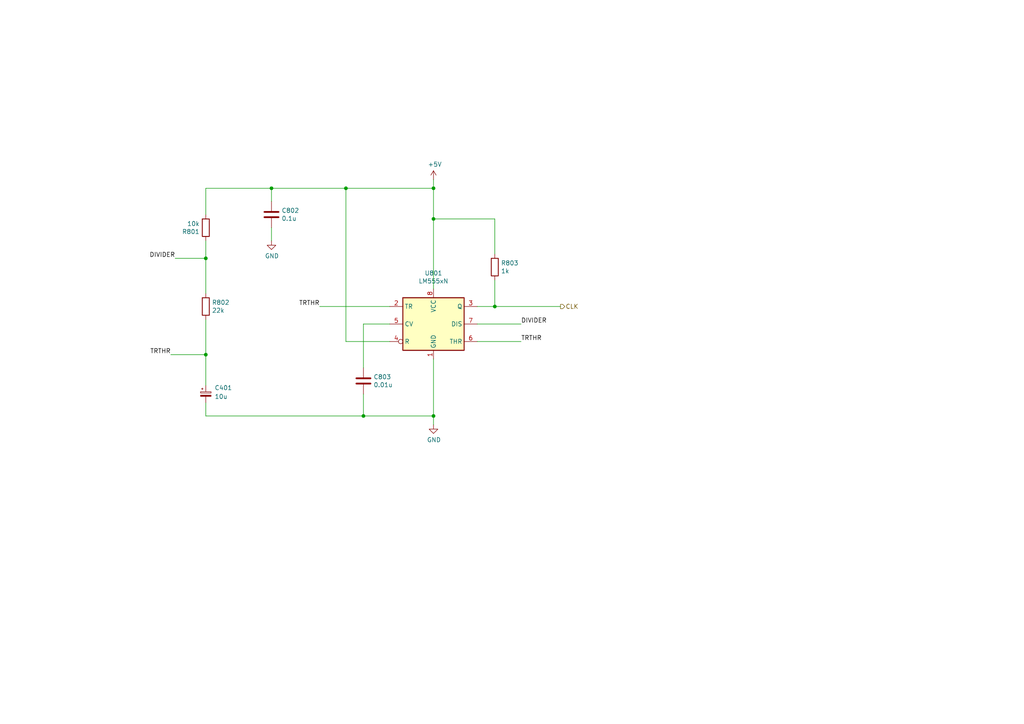
<source format=kicad_sch>
(kicad_sch (version 20230121) (generator eeschema)
  (paper "A4")
  (lib_symbols
    (symbol "Device:C" (pin_numbers hide) (pin_names (offset 0.254))
      (property "Reference" "C" (at 0.635 2.54 0))
      (property "Value" "C" (at 0.635 -2.54 0))
      (symbol "C_0_1"
        (polyline (pts (xy -2.032 -0.762) (xy 2.032 -0.762)) (stroke (width 0.508)))
        (polyline (pts (xy -2.032 0.762) (xy 2.032 0.762)) (stroke (width 0.508)))
      )
      (symbol "C_1_1"
        (pin passive line (at 0 3.81 270) (length 2.794) (name "~") (number "1"))
        (pin passive line (at 0 -3.81 90) (length 2.794) (name "~") (number "2"))
      )
    )
    (symbol "Device:C_Polarized_Small" (pin_numbers hide) (pin_names (offset 0.254) hide)
      (property "Reference" "C" (at 0.254 1.778 0))
      (property "Value" "C_Polarized_Small" (at 0.254 -2.032 0))
      (symbol "C_Polarized_Small_0_1"
        (rectangle (start -1.524 -0.3048) (end 1.524 -0.6858) (fill (type outline)))
        (rectangle (start -1.524 0.6858) (end 1.524 0.3048))
        (polyline (pts (xy -1.27 1.524) (xy -0.762 1.524)))
        (polyline (pts (xy -1.016 1.27) (xy -1.016 1.778)))
      )
      (symbol "C_Polarized_Small_1_1"
        (pin passive line (at 0 2.54 270) (length 1.8542) (name "~") (number "1"))
        (pin passive line (at 0 -2.54 90) (length 1.8542) (name "~") (number "2"))
      )
    )
    (symbol "Device:R" (pin_numbers hide) (pin_names (offset 0))
      (property "Reference" "R" (at 2.032 0 90))
      (property "Value" "R" (at 0 0 90))
      (symbol "R_0_1"
        (rectangle (start -1.016 -2.54) (end 1.016 2.54) (stroke (width 0.254)))
      )
      (symbol "R_1_1"
        (pin passive line (at 0 3.81 270) (length 1.27) (name "~") (number "1"))
        (pin passive line (at 0 -3.81 90) (length 1.27) (name "~") (number "2"))
      )
    )
    (symbol "Timer:LM555xN"
      (property "Reference" "U" (at -10.16 8.89 0))
      (property "Value" "LM555xN" (at 2.54 8.89 0))
      (symbol "LM555xN_0_0"
        (pin power_in line (at 0 -10.16 90) (length 2.54) (name "GND") (number "1"))
        (pin power_in line (at 0 10.16 270) (length 2.54) (name "VCC") (number "8"))
      )
      (symbol "LM555xN_0_1"
        (rectangle (start -8.89 -7.62) (end 8.89 7.62) (stroke (width 0.254)) (fill (type background)))
        (rectangle (start -8.89 -7.62) (end 8.89 7.62) (stroke (width 0.254)) (fill (type background)))
      )
      (symbol "LM555xN_1_1"
        (pin input line (at -12.7 5.08 0) (length 3.81) (name "TR") (number "2"))
        (pin output line (at 12.7 5.08 180) (length 3.81) (name "Q") (number "3"))
        (pin input inverted (at -12.7 -5.08 0) (length 3.81) (name "R") (number "4"))
        (pin input line (at -12.7 0 0) (length 3.81) (name "CV") (number "5"))
        (pin input line (at 12.7 -5.08 180) (length 3.81) (name "THR") (number "6"))
        (pin input line (at 12.7 0 180) (length 3.81) (name "DIS") (number "7"))
      )
    )
    (symbol "power:+5V" (power) (pin_names (offset 0))
      (property "Value" "+5V" (at 0 3.556 0))
      (symbol "+5V_0_1"
        (polyline (pts (xy -0.762 1.27) (xy 0 2.54)))
        (polyline (pts (xy 0 0) (xy 0 2.54)))
        (polyline (pts (xy 0 2.54) (xy 0.762 1.27)))
      )
      (symbol "+5V_1_1"
        (pin power_in line (at 0 0 90) (length 0) hide (name "+5V") (number "1"))
      )
    )
    (symbol "power:GND" (power) (pin_names (offset 0))
      (property "Value" "GND" (at 0 -3.81 0))
      (symbol "GND_0_1"
        (polyline (pts (xy 0 0) (xy 0 -1.27) (xy 1.27 -1.27) (xy 0 -2.54) (xy -1.27 -1.27) (xy 0 -1.27)))
      )
      (symbol "GND_1_1"
        (pin power_in line (at 0 0 270) (length 0) hide (name "GND") (number "1"))
      )
    )
  )
  (junction (at 125.73 120.65))
  (junction (at 105.41 120.65))
  (junction (at 125.73 63.5))
  (junction (at 59.69 74.93))
  (junction (at 100.33 54.61))
  (junction (at 59.69 102.87))
  (junction (at 125.73 54.61))
  (junction (at 78.74 54.61))
  (junction (at 143.51 88.9))
  (wire (pts (xy 143.51 63.5) (xy 125.73 63.5)))
  (wire (pts (xy 59.69 69.85) (xy 59.69 74.93)))
  (wire (pts (xy 143.51 73.66) (xy 143.51 63.5)))
  (wire (pts (xy 59.69 102.87) (xy 59.69 111.76)))
  (wire (pts (xy 143.51 88.9) (xy 162.56 88.9)))
  (wire (pts (xy 105.41 114.3) (xy 105.41 120.65)))
  (wire (pts (xy 100.33 99.06) (xy 100.33 54.61)))
  (wire (pts (xy 113.03 99.06) (xy 100.33 99.06)))
  (wire (pts (xy 125.73 54.61) (xy 125.73 52.07)))
  (wire (pts (xy 125.73 63.5) (xy 125.73 54.61)))
  (wire (pts (xy 105.41 120.65) (xy 125.73 120.65)))
  (wire (pts (xy 143.51 81.28) (xy 143.51 88.9)))
  (wire (pts (xy 113.03 93.98) (xy 105.41 93.98)))
  (wire (pts (xy 125.73 104.14) (xy 125.73 120.65)))
  (wire (pts (xy 100.33 54.61) (xy 125.73 54.61)))
  (wire (pts (xy 59.69 116.84) (xy 59.69 120.65)))
  (wire (pts (xy 125.73 83.82) (xy 125.73 63.5)))
  (wire (pts (xy 78.74 54.61) (xy 100.33 54.61)))
  (wire (pts (xy 138.43 88.9) (xy 143.51 88.9)))
  (wire (pts (xy 49.53 102.87) (xy 59.69 102.87)))
  (wire (pts (xy 59.69 54.61) (xy 78.74 54.61)))
  (wire (pts (xy 125.73 120.65) (xy 125.73 123.19)))
  (wire (pts (xy 59.69 120.65) (xy 105.41 120.65)))
  (wire (pts (xy 78.74 58.42) (xy 78.74 54.61)))
  (wire (pts (xy 59.69 74.93) (xy 59.69 85.09)))
  (wire (pts (xy 78.74 69.85) (xy 78.74 66.04)))
  (wire (pts (xy 59.69 62.23) (xy 59.69 54.61)))
  (wire (pts (xy 105.41 93.98) (xy 105.41 106.68)))
  (wire (pts (xy 92.71 88.9) (xy 113.03 88.9)))
  (wire (pts (xy 138.43 93.98) (xy 151.13 93.98)))
  (wire (pts (xy 59.69 92.71) (xy 59.69 102.87)))
  (wire (pts (xy 138.43 99.06) (xy 151.13 99.06)))
  (wire (pts (xy 50.8 74.93) (xy 59.69 74.93)))
  (label "TRTHR" (at 151.13 99.06 0))
  (label "DIVIDER" (at 151.13 93.98 0))
  (label "TRTHR" (at 49.53 102.87 180))
  (label "DIVIDER" (at 50.8 74.93 180))
  (label "TRTHR" (at 92.71 88.9 180))
  (hierarchical_label "CLK" (shape output) (at 162.56 88.9 0))
  (symbol (lib_id "Device:R") (at 143.51 77.47 0) (unit 1)
    (property "Reference" "R803" (at 145.288 76.3016 0) (effects (justify left)))
    (property "Value" "1k" (at 145.288 78.613 0) (effects (justify left)))
    (property "Footprint" "Resistor_THT:R_Axial_DIN0207_L6.3mm_D2.5mm_P7.62mm_Horizontal" (effects hide))
    (instances (project "LFSR Logo" (path "" (reference "R803") (unit 1)) (path "" (reference "R?") (unit 1))) (project "LFSR Disc 24" (path "" (reference "R403") (unit 1))) (project "Runner 4017" (path "" (reference "R203") (unit 1))))
  )
  (symbol (lib_id "Device:C") (at 105.41 110.49 0) (unit 1)
    (property "Reference" "C803" (at 108.331 109.3216 0) (effects (justify left)))
    (property "Value" "0.01u" (at 108.331 111.633 0) (effects (justify left)))
    (property "Footprint" "Capacitor_THT:C_Disc_D3.4mm_W2.1mm_P2.50mm" (effects hide))
    (instances (project "LFSR Logo" (path "" (reference "C803") (unit 1)) (path "" (reference "C?") (unit 1))) (project "LFSR Disc 24" (path "" (reference "C403") (unit 1))) (project "Runner 4017" (path "" (reference "C203") (unit 1))))
  )
  (symbol (lib_id "Timer:LM555xN") (at 125.73 93.98 0) (unit 1)
    (property "Reference" "U801" (at 125.73 79.2226 0))
    (property "Value" "LM555xN" (at 125.73 81.534 0))
    (property "Footprint" "Package_DIP:DIP-8_W7.62mm_Socket" (effects hide))
    (property "Datasheet" "http://www.ti.com/lit/ds/symlink/lm555.pdf" (effects hide))
    (instances (project "LFSR Logo" (path "" (reference "U801") (unit 1)) (path "" (reference "U?") (unit 1))) (project "LFSR Disc 24" (path "" (reference "U401") (unit 1))) (project "Runner 4017" (path "" (reference "U201") (unit 1))))
  )
  (symbol (lib_id "power:GND") (at 125.73 123.19 0) (unit 1)
    (property "Reference" "#PWR0803" (effects hide))
    (property "Value" "GND" (at 125.857 127.5842 0))
    (instances (project "LFSR Logo" (path "" (reference "#PWR0803") (unit 1)) (path "" (reference "#PWR?") (unit 1))) (project "LFSR Disc 24" (path "" (reference "#PWR0403") (unit 1))) (project "Runner 4017" (path "" (reference "#PWR0203") (unit 1))))
  )
  (symbol (lib_id "Device:C_Polarized_Small") (at 59.69 114.3 0) (unit 1)
    (property "Reference" "C401" (at 62.23 112.4839 0) (effects (justify left)))
    (property "Value" "10u" (at 62.23 115.0239 0) (effects (justify left)))
    (property "Footprint" "Capacitor_THT:CP_Radial_D4.0mm_P1.50mm" (effects hide))
    (instances (project "LFSR Disc 24" (path "" (reference "C401") (unit 1))) (project "Runner 4017" (path "" (reference "C201") (unit 1))))
  )
  (symbol (lib_id "Device:R") (at 59.69 88.9 0) (unit 1)
    (property "Reference" "R802" (at 61.468 87.7316 0) (effects (justify left)))
    (property "Value" "22k" (at 61.468 90.043 0) (effects (justify left)))
    (property "Footprint" "Resistor_THT:R_Axial_DIN0207_L6.3mm_D2.5mm_P7.62mm_Horizontal" (effects hide))
    (instances (project "LFSR Logo" (path "" (reference "R802") (unit 1)) (path "" (reference "R?") (unit 1))) (project "LFSR Disc 24" (path "" (reference "R402") (unit 1))) (project "Runner 4017" (path "" (reference "R202") (unit 1))))
  )
  (symbol (lib_id "Device:R") (at 59.69 66.04 180) (unit 1)
    (property "Reference" "R801" (at 57.912 67.2084 0) (effects (justify left)))
    (property "Value" "10k" (at 57.912 64.897 0) (effects (justify left)))
    (property "Footprint" "Resistor_THT:R_Axial_DIN0207_L6.3mm_D2.5mm_P7.62mm_Horizontal" (effects hide))
    (instances (project "LFSR Logo" (path "" (reference "R801") (unit 1)) (path "" (reference "R?") (unit 1))) (project "LFSR Disc 24" (path "" (reference "R401") (unit 1))) (project "Runner 4017" (path "" (reference "R201") (unit 1))))
  )
  (symbol (lib_id "Device:C") (at 78.74 62.23 180) (unit 1)
    (property "Reference" "C802" (at 81.661 61.0616 0) (effects (justify right)))
    (property "Value" "0.1u" (at 81.661 63.373 0) (effects (justify right)))
    (property "Footprint" "Capacitor_THT:C_Disc_D4.3mm_W1.9mm_P5.00mm" (effects hide))
    (instances (project "LFSR Logo" (path "" (reference "C802") (unit 1)) (path "" (reference "C?") (unit 1))) (project "LFSR Disc 24" (path "" (reference "C402") (unit 1))) (project "Runner 4017" (path "" (reference "C202") (unit 1))))
  )
  (symbol (lib_id "power:+5V") (at 125.73 52.07 0) (unit 1)
    (property "Reference" "#PWR0802" (effects hide))
    (property "Value" "+5V" (at 126.111 47.6758 0))
    (instances (project "LFSR Logo" (path "" (reference "#PWR0802") (unit 1)) (path "" (reference "#PWR?") (unit 1))) (project "LFSR Disc 24" (path "" (reference "#PWR0402") (unit 1))) (project "Runner 4017" (path "" (reference "#PWR0202") (unit 1))))
  )
  (symbol (lib_id "power:GND") (at 78.74 69.85 0) (unit 1)
    (property "Reference" "#PWR0801" (effects hide))
    (property "Value" "GND" (at 78.867 74.2442 0))
    (instances (project "LFSR Logo" (path "" (reference "#PWR0801") (unit 1)) (path "" (reference "#PWR?") (unit 1))) (project "LFSR Disc 24" (path "" (reference "#PWR0401") (unit 1))) (project "Runner 4017" (path "" (reference "#PWR0201") (unit 1))))
  )
)
</source>
